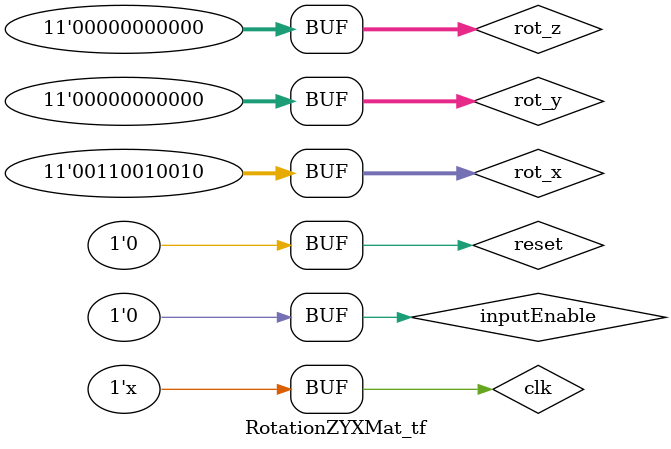
<source format=v>
`timescale 1ns / 1ps


module RotationZYXMat_tf;

	localparam decimalBits = 8;

	localparam integer pi_2 = 3.14159265359 * 2**(decimalBits - 1);

	// Inputs
	reg clk;
	reg reset;
	reg [(decimalBits + 2):0] rot_x;
	reg [(decimalBits + 2):0] rot_y;
	reg [(decimalBits + 2):0] rot_z;
	reg inputEnable;

	// Outputs
	wire [(decimalBits + 1):0] m_00;
	wire [(decimalBits + 1):0] m_01;
	wire [(decimalBits + 1):0] m_02;
	wire [(decimalBits + 1):0] m_10;
	wire [(decimalBits + 1):0] m_11;
	wire [(decimalBits + 1):0] m_12;
	wire [(decimalBits + 1):0] m_20;
	wire [(decimalBits + 1):0] m_21;
	wire [(decimalBits + 1):0] m_22;
	wire outputEnable;

	// Instantiate the Unit Under Test (UUT)
	RotationZYXMat #(decimalBits) uut (
		.clk(clk), 
		.reset(reset), 
		.rot_x(rot_x), 
		.rot_y(rot_y), 
		.rot_z(rot_z), 
		.inputEnable(inputEnable), 
		.m_00(m_00), 
		.m_01(m_01), 
		.m_02(m_02), 
		.m_10(m_10), 
		.m_11(m_11), 
		.m_12(m_12), 
		.m_20(m_20), 
		.m_21(m_21), 
		.m_22(m_22), 
		.outputEnable(outputEnable)
	);

	initial begin
		// Initialize Inputs
		clk = 0;
		reset = 1;
		rot_x = pi_2;
		rot_y = 0;
		rot_z = 0;
		inputEnable = 0;

		// Wait 100 ns for global reset to finish
		#100;
		// Add stimulus here
		reset = 1;
		#1;
		reset = 0;
		inputEnable = 1;
		#4;
		inputEnable = 0;
        
	end
	
	always #1 clk = ~clk;
      
endmodule


</source>
